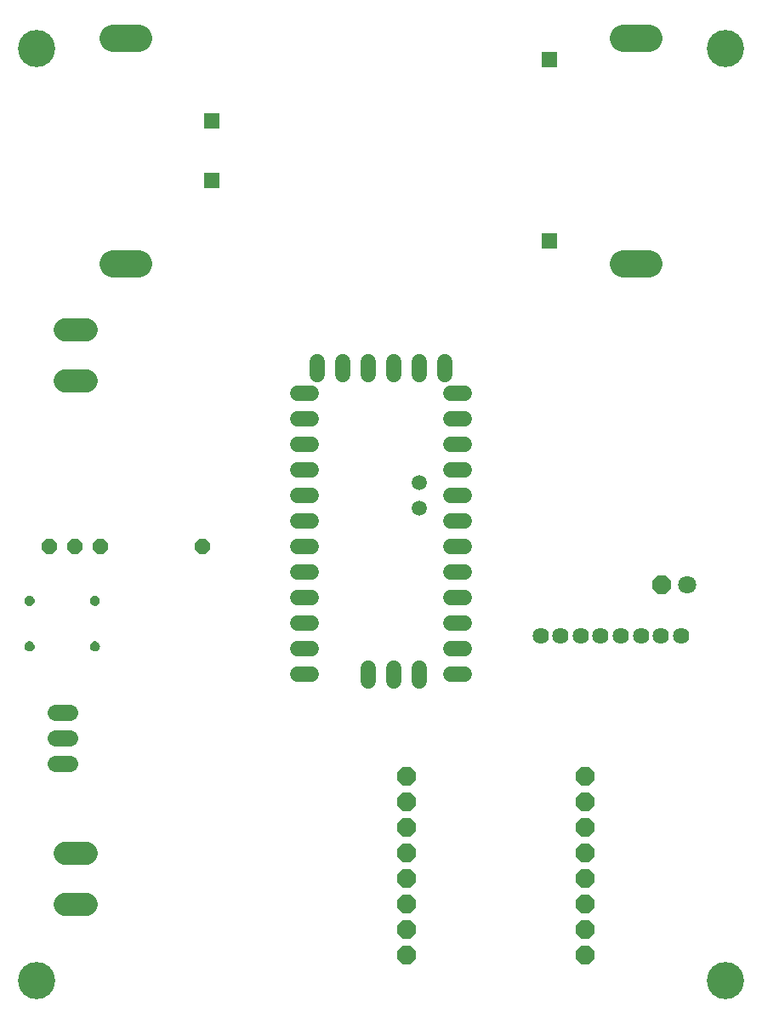
<source format=gbr>
G04 EAGLE Gerber RS-274X export*
G75*
%MOMM*%
%FSLAX34Y34*%
%LPD*%
%INSoldermask Top*%
%IPPOS*%
%AMOC8*
5,1,8,0,0,1.08239X$1,22.5*%
G01*
%ADD10C,3.703200*%
%ADD11P,1.951982X8X202.500000*%
%ADD12C,1.803400*%
%ADD13C,2.743200*%
%ADD14C,1.625600*%
%ADD15P,1.649562X8X22.500000*%
%ADD16P,1.649562X8X202.500000*%
%ADD17C,1.625600*%
%ADD18C,1.511200*%
%ADD19C,1.511200*%
%ADD20R,1.511200X1.511200*%
%ADD21P,2.034460X8X22.500000*%
%ADD22C,2.298700*%

G36*
X97069Y411418D02*
X97069Y411418D01*
X97117Y411432D01*
X97207Y411450D01*
X98116Y411771D01*
X98160Y411796D01*
X98244Y411833D01*
X99059Y412348D01*
X99096Y412382D01*
X99169Y412437D01*
X99849Y413121D01*
X99878Y413162D01*
X99937Y413232D01*
X100448Y414050D01*
X100466Y414097D01*
X100509Y414178D01*
X100824Y415089D01*
X100832Y415139D01*
X100856Y415228D01*
X100961Y416186D01*
X100958Y416216D01*
X100964Y416255D01*
X100964Y416356D01*
X100959Y416384D01*
X100961Y416420D01*
X100862Y417393D01*
X100849Y417442D01*
X100832Y417532D01*
X100520Y418459D01*
X100495Y418503D01*
X100460Y418588D01*
X99949Y419422D01*
X99915Y419460D01*
X99861Y419534D01*
X99177Y420234D01*
X99136Y420263D01*
X99067Y420323D01*
X98245Y420853D01*
X98198Y420873D01*
X98118Y420917D01*
X97198Y421250D01*
X97149Y421259D01*
X97060Y421284D01*
X96089Y421404D01*
X96079Y421404D01*
X96067Y421407D01*
X95764Y421434D01*
X95714Y421429D01*
X95615Y421429D01*
X94658Y421287D01*
X94610Y421271D01*
X94520Y421251D01*
X93618Y420899D01*
X93575Y420873D01*
X93493Y420833D01*
X92692Y420290D01*
X92656Y420254D01*
X92584Y420197D01*
X91924Y419489D01*
X91897Y419447D01*
X91840Y419375D01*
X91354Y418538D01*
X91337Y418490D01*
X91297Y418407D01*
X91010Y417483D01*
X91004Y417433D01*
X90983Y417343D01*
X90917Y416478D01*
X90915Y416470D01*
X90915Y416452D01*
X90912Y416411D01*
X90908Y416382D01*
X90908Y416330D01*
X90913Y416303D01*
X91016Y415336D01*
X91030Y415288D01*
X91047Y415197D01*
X91366Y414267D01*
X91391Y414223D01*
X91427Y414138D01*
X91946Y413302D01*
X91979Y413265D01*
X92034Y413191D01*
X92725Y412491D01*
X92767Y412462D01*
X92836Y412401D01*
X93666Y411873D01*
X93713Y411854D01*
X93794Y411811D01*
X94721Y411480D01*
X94771Y411472D01*
X94859Y411448D01*
X95812Y411335D01*
X95916Y411315D01*
X95920Y411315D01*
X95923Y411313D01*
X96111Y411307D01*
X97069Y411418D01*
G37*
G36*
X32045Y411393D02*
X32045Y411393D01*
X32093Y411407D01*
X32183Y411425D01*
X33092Y411746D01*
X33136Y411771D01*
X33220Y411808D01*
X34035Y412323D01*
X34072Y412357D01*
X34145Y412412D01*
X34825Y413096D01*
X34854Y413137D01*
X34913Y413207D01*
X35424Y414025D01*
X35442Y414072D01*
X35485Y414153D01*
X35800Y415064D01*
X35808Y415114D01*
X35832Y415203D01*
X35937Y416161D01*
X35934Y416191D01*
X35940Y416230D01*
X35940Y416331D01*
X35935Y416359D01*
X35937Y416395D01*
X35838Y417368D01*
X35825Y417417D01*
X35808Y417507D01*
X35496Y418434D01*
X35471Y418478D01*
X35436Y418563D01*
X34925Y419397D01*
X34891Y419435D01*
X34837Y419509D01*
X34153Y420209D01*
X34112Y420238D01*
X34043Y420298D01*
X33221Y420828D01*
X33174Y420848D01*
X33094Y420892D01*
X32174Y421225D01*
X32125Y421234D01*
X32036Y421259D01*
X31065Y421379D01*
X31055Y421379D01*
X31043Y421382D01*
X30740Y421409D01*
X30690Y421404D01*
X30591Y421404D01*
X29634Y421262D01*
X29586Y421246D01*
X29496Y421226D01*
X28594Y420874D01*
X28551Y420848D01*
X28469Y420808D01*
X27668Y420265D01*
X27632Y420229D01*
X27560Y420172D01*
X26900Y419464D01*
X26873Y419422D01*
X26816Y419350D01*
X26330Y418513D01*
X26313Y418465D01*
X26273Y418382D01*
X25986Y417458D01*
X25980Y417408D01*
X25959Y417318D01*
X25893Y416453D01*
X25891Y416445D01*
X25891Y416427D01*
X25888Y416386D01*
X25884Y416357D01*
X25884Y416305D01*
X25889Y416278D01*
X25992Y415311D01*
X26006Y415263D01*
X26023Y415172D01*
X26342Y414242D01*
X26367Y414198D01*
X26403Y414113D01*
X26922Y413277D01*
X26955Y413240D01*
X27010Y413166D01*
X27701Y412466D01*
X27743Y412437D01*
X27812Y412376D01*
X28642Y411848D01*
X28689Y411829D01*
X28770Y411786D01*
X29697Y411455D01*
X29747Y411447D01*
X29835Y411423D01*
X30788Y411310D01*
X30892Y411290D01*
X30896Y411290D01*
X30899Y411288D01*
X31087Y411282D01*
X32045Y411393D01*
G37*
G36*
X32045Y366155D02*
X32045Y366155D01*
X32093Y366169D01*
X32183Y366187D01*
X33092Y366508D01*
X33136Y366533D01*
X33220Y366570D01*
X34035Y367085D01*
X34072Y367119D01*
X34145Y367174D01*
X34825Y367858D01*
X34854Y367899D01*
X34913Y367969D01*
X35424Y368787D01*
X35442Y368834D01*
X35485Y368915D01*
X35800Y369826D01*
X35808Y369876D01*
X35832Y369965D01*
X35937Y370923D01*
X35934Y370953D01*
X35940Y370992D01*
X35940Y371093D01*
X35935Y371121D01*
X35937Y371157D01*
X35838Y372130D01*
X35825Y372179D01*
X35808Y372269D01*
X35496Y373196D01*
X35471Y373240D01*
X35436Y373325D01*
X34925Y374159D01*
X34891Y374197D01*
X34837Y374271D01*
X34153Y374971D01*
X34112Y375000D01*
X34043Y375060D01*
X33221Y375590D01*
X33174Y375610D01*
X33094Y375654D01*
X32174Y375987D01*
X32125Y375996D01*
X32036Y376021D01*
X31065Y376141D01*
X31055Y376141D01*
X31043Y376144D01*
X30740Y376171D01*
X30690Y376166D01*
X30591Y376166D01*
X29634Y376024D01*
X29586Y376008D01*
X29496Y375988D01*
X28594Y375636D01*
X28551Y375610D01*
X28469Y375570D01*
X27668Y375027D01*
X27632Y374991D01*
X27560Y374934D01*
X26900Y374226D01*
X26873Y374184D01*
X26816Y374112D01*
X26330Y373275D01*
X26313Y373227D01*
X26273Y373144D01*
X25986Y372220D01*
X25980Y372170D01*
X25959Y372080D01*
X25893Y371215D01*
X25891Y371207D01*
X25891Y371189D01*
X25888Y371148D01*
X25884Y371119D01*
X25884Y371067D01*
X25889Y371040D01*
X25992Y370073D01*
X26006Y370025D01*
X26023Y369934D01*
X26342Y369004D01*
X26367Y368960D01*
X26403Y368875D01*
X26922Y368039D01*
X26955Y368002D01*
X27010Y367928D01*
X27701Y367228D01*
X27743Y367199D01*
X27812Y367138D01*
X28642Y366610D01*
X28689Y366591D01*
X28770Y366548D01*
X29697Y366217D01*
X29747Y366209D01*
X29835Y366185D01*
X30788Y366072D01*
X30892Y366052D01*
X30896Y366052D01*
X30899Y366050D01*
X31087Y366044D01*
X32045Y366155D01*
G37*
G36*
X97120Y366130D02*
X97120Y366130D01*
X97168Y366144D01*
X97258Y366162D01*
X98167Y366483D01*
X98211Y366508D01*
X98295Y366545D01*
X99110Y367060D01*
X99147Y367094D01*
X99220Y367149D01*
X99900Y367833D01*
X99929Y367874D01*
X99988Y367944D01*
X100499Y368762D01*
X100517Y368809D01*
X100560Y368890D01*
X100875Y369801D01*
X100883Y369851D01*
X100907Y369940D01*
X101012Y370898D01*
X101009Y370928D01*
X101015Y370967D01*
X101015Y371068D01*
X101010Y371096D01*
X101012Y371132D01*
X100913Y372105D01*
X100900Y372154D01*
X100883Y372244D01*
X100571Y373171D01*
X100546Y373215D01*
X100511Y373300D01*
X100000Y374134D01*
X99966Y374172D01*
X99912Y374246D01*
X99228Y374946D01*
X99187Y374975D01*
X99118Y375035D01*
X98296Y375565D01*
X98249Y375585D01*
X98169Y375629D01*
X97249Y375962D01*
X97200Y375971D01*
X97111Y375996D01*
X96140Y376116D01*
X96130Y376116D01*
X96118Y376119D01*
X95815Y376146D01*
X95765Y376141D01*
X95666Y376141D01*
X94709Y375999D01*
X94661Y375983D01*
X94571Y375963D01*
X93669Y375611D01*
X93626Y375585D01*
X93544Y375545D01*
X92743Y375002D01*
X92707Y374966D01*
X92635Y374909D01*
X91975Y374201D01*
X91948Y374159D01*
X91891Y374087D01*
X91405Y373250D01*
X91388Y373202D01*
X91348Y373119D01*
X91061Y372195D01*
X91055Y372145D01*
X91034Y372055D01*
X90968Y371190D01*
X90966Y371182D01*
X90966Y371164D01*
X90963Y371123D01*
X90959Y371094D01*
X90959Y371042D01*
X90964Y371015D01*
X91067Y370048D01*
X91081Y370000D01*
X91098Y369909D01*
X91417Y368979D01*
X91442Y368935D01*
X91478Y368850D01*
X91997Y368014D01*
X92030Y367977D01*
X92085Y367903D01*
X92776Y367203D01*
X92818Y367174D01*
X92887Y367113D01*
X93717Y366585D01*
X93764Y366566D01*
X93845Y366523D01*
X94772Y366192D01*
X94822Y366184D01*
X94910Y366160D01*
X95863Y366047D01*
X95967Y366027D01*
X95971Y366027D01*
X95974Y366025D01*
X96162Y366019D01*
X97120Y366130D01*
G37*
D10*
X38100Y965200D03*
X723900Y965200D03*
X38100Y38100D03*
X723900Y38100D03*
D11*
X660400Y431800D03*
D12*
X685800Y431800D03*
D13*
X139700Y751078D02*
X114300Y751078D01*
X114300Y976122D02*
X139700Y976122D01*
X622300Y976122D02*
X647700Y976122D01*
X647700Y751078D02*
X622300Y751078D01*
D14*
X70612Y304800D02*
X56388Y304800D01*
X56388Y279400D02*
X70612Y279400D01*
X70612Y254000D02*
X56388Y254000D01*
D15*
X50800Y469900D03*
X76200Y469900D03*
D16*
X203200Y469900D03*
X101600Y469900D03*
D17*
X679600Y381000D03*
X659600Y381000D03*
X639600Y381000D03*
X619600Y381000D03*
X599600Y381000D03*
X579600Y381000D03*
X559600Y381000D03*
X539600Y381000D03*
D18*
X317500Y641160D02*
X317500Y654240D01*
X342900Y654240D02*
X342900Y641160D01*
X368300Y641160D02*
X368300Y654240D01*
X393700Y654240D02*
X393700Y641160D01*
X419100Y641160D02*
X419100Y654240D01*
X444500Y654240D02*
X444500Y641160D01*
X311340Y622300D02*
X298260Y622300D01*
X298260Y596900D02*
X311340Y596900D01*
X311340Y571500D02*
X298260Y571500D01*
X298260Y546100D02*
X311340Y546100D01*
X311340Y520700D02*
X298260Y520700D01*
X298260Y495300D02*
X311340Y495300D01*
X311340Y469900D02*
X298260Y469900D01*
X298260Y444500D02*
X311340Y444500D01*
X311340Y419100D02*
X298260Y419100D01*
X298260Y393700D02*
X311340Y393700D01*
X311340Y368300D02*
X298260Y368300D01*
X298260Y342900D02*
X311340Y342900D01*
X450660Y622300D02*
X463740Y622300D01*
X463740Y596900D02*
X450660Y596900D01*
X450660Y571500D02*
X463740Y571500D01*
X463740Y546100D02*
X450660Y546100D01*
X450660Y520700D02*
X463740Y520700D01*
X463740Y495300D02*
X450660Y495300D01*
X450660Y469900D02*
X463740Y469900D01*
X463740Y444500D02*
X450660Y444500D01*
X450660Y419100D02*
X463740Y419100D01*
X463740Y393700D02*
X450660Y393700D01*
X450660Y368300D02*
X463740Y368300D01*
X463740Y342900D02*
X450660Y342900D01*
X419100Y349440D02*
X419100Y336360D01*
X393700Y336360D02*
X393700Y349440D01*
X368300Y349440D02*
X368300Y336360D01*
D19*
X419100Y533400D03*
X419100Y508000D03*
D20*
X212500Y834300D03*
X212500Y893300D03*
X548500Y954300D03*
X548500Y774300D03*
D21*
X406400Y165100D03*
X406400Y139700D03*
X584200Y165100D03*
X584200Y139700D03*
X406400Y114300D03*
X406400Y190500D03*
X584200Y190500D03*
X584200Y114300D03*
X406400Y215900D03*
X584200Y215900D03*
X406400Y88900D03*
X584200Y88900D03*
X406400Y241300D03*
X584200Y241300D03*
X406400Y63500D03*
X584200Y63500D03*
D22*
X86678Y685800D02*
X65723Y685800D01*
X65723Y635000D02*
X86678Y635000D01*
X86678Y165100D02*
X65723Y165100D01*
X65723Y114300D02*
X86678Y114300D01*
M02*

</source>
